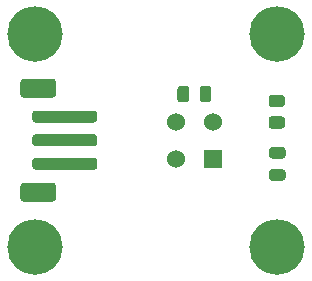
<source format=gbr>
G04 #@! TF.GenerationSoftware,KiCad,Pcbnew,5.1.9*
G04 #@! TF.CreationDate,2021-04-02T13:12:58+02:00*
G04 #@! TF.ProjectId,detectorHolder,64657465-6374-46f7-9248-6f6c6465722e,rev?*
G04 #@! TF.SameCoordinates,Original*
G04 #@! TF.FileFunction,Soldermask,Top*
G04 #@! TF.FilePolarity,Negative*
%FSLAX46Y46*%
G04 Gerber Fmt 4.6, Leading zero omitted, Abs format (unit mm)*
G04 Created by KiCad (PCBNEW 5.1.9) date 2021-04-02 13:12:58*
%MOMM*%
%LPD*%
G01*
G04 APERTURE LIST*
%ADD10C,4.700000*%
%ADD11C,1.524000*%
%ADD12R,1.500000X1.500000*%
G04 APERTURE END LIST*
G36*
G01*
X125418002Y-100543000D02*
X124517998Y-100543000D01*
G75*
G02*
X124268000Y-100293002I0J249998D01*
G01*
X124268000Y-99767998D01*
G75*
G02*
X124517998Y-99518000I249998J0D01*
G01*
X125418002Y-99518000D01*
G75*
G02*
X125668000Y-99767998I0J-249998D01*
G01*
X125668000Y-100293002D01*
G75*
G02*
X125418002Y-100543000I-249998J0D01*
G01*
G37*
G36*
G01*
X125418002Y-102368000D02*
X124517998Y-102368000D01*
G75*
G02*
X124268000Y-102118002I0J249998D01*
G01*
X124268000Y-101592998D01*
G75*
G02*
X124517998Y-101343000I249998J0D01*
G01*
X125418002Y-101343000D01*
G75*
G02*
X125668000Y-101592998I0J-249998D01*
G01*
X125668000Y-102118002D01*
G75*
G02*
X125418002Y-102368000I-249998J0D01*
G01*
G37*
G36*
G01*
X125469250Y-104903000D02*
X124556750Y-104903000D01*
G75*
G02*
X124313000Y-104659250I0J243750D01*
G01*
X124313000Y-104171750D01*
G75*
G02*
X124556750Y-103928000I243750J0D01*
G01*
X125469250Y-103928000D01*
G75*
G02*
X125713000Y-104171750I0J-243750D01*
G01*
X125713000Y-104659250D01*
G75*
G02*
X125469250Y-104903000I-243750J0D01*
G01*
G37*
G36*
G01*
X125469250Y-106778000D02*
X124556750Y-106778000D01*
G75*
G02*
X124313000Y-106534250I0J243750D01*
G01*
X124313000Y-106046750D01*
G75*
G02*
X124556750Y-105803000I243750J0D01*
G01*
X125469250Y-105803000D01*
G75*
G02*
X125713000Y-106046750I0J-243750D01*
G01*
X125713000Y-106534250D01*
G75*
G02*
X125469250Y-106778000I-243750J0D01*
G01*
G37*
G36*
G01*
X106013000Y-99753000D02*
X103513000Y-99753000D01*
G75*
G02*
X103263000Y-99503000I0J250000D01*
G01*
X103263000Y-98403000D01*
G75*
G02*
X103513000Y-98153000I250000J0D01*
G01*
X106013000Y-98153000D01*
G75*
G02*
X106263000Y-98403000I0J-250000D01*
G01*
X106263000Y-99503000D01*
G75*
G02*
X106013000Y-99753000I-250000J0D01*
G01*
G37*
G36*
G01*
X106013000Y-108553000D02*
X103513000Y-108553000D01*
G75*
G02*
X103263000Y-108303000I0J250000D01*
G01*
X103263000Y-107203000D01*
G75*
G02*
X103513000Y-106953000I250000J0D01*
G01*
X106013000Y-106953000D01*
G75*
G02*
X106263000Y-107203000I0J-250000D01*
G01*
X106263000Y-108303000D01*
G75*
G02*
X106013000Y-108553000I-250000J0D01*
G01*
G37*
G36*
G01*
X109513000Y-101853000D02*
X104513000Y-101853000D01*
G75*
G02*
X104263000Y-101603000I0J250000D01*
G01*
X104263000Y-101103000D01*
G75*
G02*
X104513000Y-100853000I250000J0D01*
G01*
X109513000Y-100853000D01*
G75*
G02*
X109763000Y-101103000I0J-250000D01*
G01*
X109763000Y-101603000D01*
G75*
G02*
X109513000Y-101853000I-250000J0D01*
G01*
G37*
G36*
G01*
X109513000Y-103853000D02*
X104513000Y-103853000D01*
G75*
G02*
X104263000Y-103603000I0J250000D01*
G01*
X104263000Y-103103000D01*
G75*
G02*
X104513000Y-102853000I250000J0D01*
G01*
X109513000Y-102853000D01*
G75*
G02*
X109763000Y-103103000I0J-250000D01*
G01*
X109763000Y-103603000D01*
G75*
G02*
X109513000Y-103853000I-250000J0D01*
G01*
G37*
G36*
G01*
X109513000Y-105853000D02*
X104513000Y-105853000D01*
G75*
G02*
X104263000Y-105603000I0J250000D01*
G01*
X104263000Y-105103000D01*
G75*
G02*
X104513000Y-104853000I250000J0D01*
G01*
X109513000Y-104853000D01*
G75*
G02*
X109763000Y-105103000I0J-250000D01*
G01*
X109763000Y-105603000D01*
G75*
G02*
X109513000Y-105853000I-250000J0D01*
G01*
G37*
D10*
X125013000Y-112353000D03*
X125013000Y-94353000D03*
X104513000Y-112353000D03*
X104513000Y-94353000D03*
G36*
G01*
X117533000Y-98984750D02*
X117533000Y-99897250D01*
G75*
G02*
X117289250Y-100141000I-243750J0D01*
G01*
X116801750Y-100141000D01*
G75*
G02*
X116558000Y-99897250I0J243750D01*
G01*
X116558000Y-98984750D01*
G75*
G02*
X116801750Y-98741000I243750J0D01*
G01*
X117289250Y-98741000D01*
G75*
G02*
X117533000Y-98984750I0J-243750D01*
G01*
G37*
G36*
G01*
X119408000Y-98984750D02*
X119408000Y-99897250D01*
G75*
G02*
X119164250Y-100141000I-243750J0D01*
G01*
X118676750Y-100141000D01*
G75*
G02*
X118433000Y-99897250I0J243750D01*
G01*
X118433000Y-98984750D01*
G75*
G02*
X118676750Y-98741000I243750J0D01*
G01*
X119164250Y-98741000D01*
G75*
G02*
X119408000Y-98984750I0J-243750D01*
G01*
G37*
D11*
X116433000Y-101828000D03*
X116433000Y-104928000D03*
X119533000Y-101828000D03*
D12*
X119533000Y-104928000D03*
M02*

</source>
